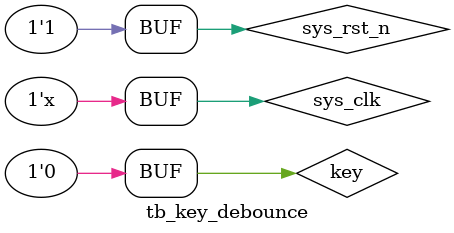
<source format=v>
`timescale 1ns / 1ps
module tb_key_debounce();

parameter T = 20;             //Ê±ÖÓÖÜÆÚ

reg key;
reg sys_clk;
reg sys_rst_n;

wire keyvalue;
wire keyflag;

initial begin
        key                     <=1'b1;     //°´¼ü³õÊ¼ÖµÎª1
        sys_clk                 <=1'b0;     //Ê±ÖÓµÍµçÆ½
        sys_rst_n               <=1'b0;     //¸´Î»³õÊ¼ÎªµÍµçÆ½
#20     sys_rst_n               <=1'b1;     //20nsºó¸´Î»Íê³É£¬³Ö¸ßµçÆ½
#30     key                     <=1'b0;     //50nsºó°´¼ü°´ÏÂ
#20     key                     <= 1'b1;    //Ä£Äâ¶¶¶¯
#20     key                     <= 1'b0;    //Ä£Äâ¶¶¶¯
#20     key                     <= 1'b1;    //Ä£Äâ¶¶¶¯
#20     key                     <= 1'b0;    //Ä£Äâ¶¶¶¯
#170    key                     <= 1'b1;    //ÔÚµÚ 300ns µÄÊ±ºòËÉ¿ª°´¼ü
#20     key                     <= 1'b0;    //Ä£Äâ¶¶¶¯
#20     key                     <= 1'b1;    //Ä£Äâ¶¶¶¯
#20     key                     <= 1'b0;    //Ä£Äâ¶¶¶¯
#20     key                     <= 1'b1;    //Ä£Äâ¶¶¶¯
#170    key                     <= 1'b0;    //ÔÚµÚ 550ns µÄÊ±ºòÔÙ´Î°´ÏÂ°´¼ü
#20     key                     <= 1'b1;    //Ä£Äâ¶¶¶¯
#20     key                     <= 1'b0;    //Ä£Äâ¶¶¶¯
#20     key                     <= 1'b1;    //Ä£Äâ¶¶¶¯
#20     key                     <= 1'b0;    //Ä£Äâ¶¶¶¯
#170    key                     <= 1'b1;    //ÔÚµÚ 800ns µÄÊ±ºòËÉ¿ª°´¼ü
#20     key                     <= 1'b0;    //Ä£Äâ¶¶¶¯
#20     key                     <= 1'b1;    //Ä£Äâ¶¶¶¯
#20     key                     <= 1'b0;    //Ä£Äâ¶¶¶¯
#20     key                     <= 1'b1;    //Ä£Äâ¶¶¶¯
#20     key                     <= 1'b0;
end

always # (T/2) sys_clk <= ~sys_clk;     //Ê±ÖÓÖÜÆÚÎª20ns£¬10ns·´×ªÒ»´Î

key_debounce tb_key_debounce(
    .sys_clk        (sys_clk),
    .sys_rst_n      (sys_rst_n),
    .key            (key),
    
    .keyvalue       (keyvalue),
    .keyflag        (keyflag)
);
endmodule

</source>
